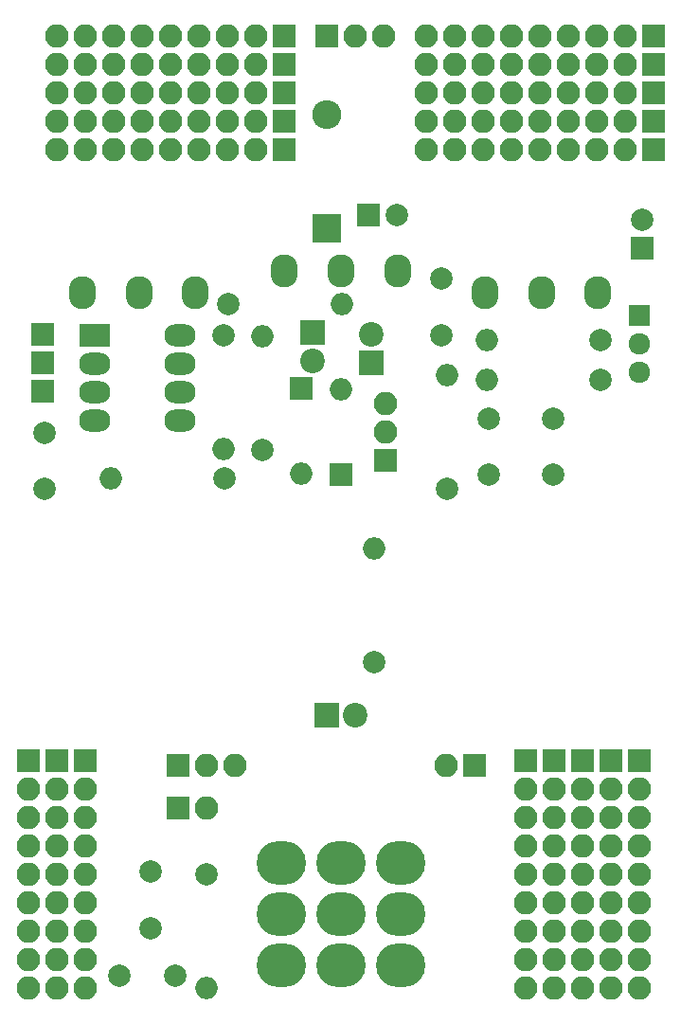
<source format=gts>
G04 #@! TF.FileFunction,Soldermask,Top*
%FSLAX46Y46*%
G04 Gerber Fmt 4.6, Leading zero omitted, Abs format (unit mm)*
G04 Created by KiCad (PCBNEW 4.0.7) date 02/09/18 21:40:19*
%MOMM*%
%LPD*%
G01*
G04 APERTURE LIST*
%ADD10C,0.100000*%
%ADD11O,2.432000X2.940000*%
%ADD12R,2.100000X2.100000*%
%ADD13O,2.100000X2.100000*%
%ADD14O,4.400000X3.900000*%
%ADD15R,2.800000X2.000000*%
%ADD16O,2.800000X2.000000*%
%ADD17C,1.920000*%
%ADD18R,1.920000X1.920000*%
%ADD19C,2.000000*%
%ADD20R,2.600000X2.600000*%
%ADD21O,2.600000X2.600000*%
%ADD22R,2.200000X2.200000*%
%ADD23C,2.200000*%
%ADD24O,2.000000X2.000000*%
%ADD25R,2.000000X2.000000*%
G04 APERTURE END LIST*
D10*
D11*
X156260000Y-74644000D03*
X161260000Y-74644000D03*
X166340000Y-74644000D03*
D12*
X189200000Y-63814000D03*
D13*
X186660000Y-63814000D03*
X184120000Y-63814000D03*
X181580000Y-63814000D03*
X179040000Y-63814000D03*
X176500000Y-63814000D03*
X173960000Y-63814000D03*
X171420000Y-63814000D03*
X168880000Y-63814000D03*
D12*
X189200000Y-61274000D03*
D13*
X186660000Y-61274000D03*
X184120000Y-61274000D03*
X181580000Y-61274000D03*
X179040000Y-61274000D03*
X176500000Y-61274000D03*
X173960000Y-61274000D03*
X171420000Y-61274000D03*
X168880000Y-61274000D03*
D12*
X189200000Y-58734000D03*
D13*
X186660000Y-58734000D03*
X184120000Y-58734000D03*
X181580000Y-58734000D03*
X179040000Y-58734000D03*
X176500000Y-58734000D03*
X173960000Y-58734000D03*
X171420000Y-58734000D03*
X168880000Y-58734000D03*
D12*
X189200000Y-56194000D03*
D13*
X186660000Y-56194000D03*
X184120000Y-56194000D03*
X181580000Y-56194000D03*
X179040000Y-56194000D03*
X176500000Y-56194000D03*
X173960000Y-56194000D03*
X171420000Y-56194000D03*
X168880000Y-56194000D03*
D12*
X189200000Y-53654000D03*
D13*
X186660000Y-53654000D03*
X184120000Y-53654000D03*
X181580000Y-53654000D03*
X179040000Y-53654000D03*
X176500000Y-53654000D03*
X173960000Y-53654000D03*
X171420000Y-53654000D03*
X168880000Y-53654000D03*
D12*
X156180000Y-63814000D03*
D13*
X153640000Y-63814000D03*
X151100000Y-63814000D03*
X148560000Y-63814000D03*
X146020000Y-63814000D03*
X143480000Y-63814000D03*
X140940000Y-63814000D03*
X138400000Y-63814000D03*
X135860000Y-63814000D03*
D12*
X156180000Y-61274000D03*
D13*
X153640000Y-61274000D03*
X151100000Y-61274000D03*
X148560000Y-61274000D03*
X146020000Y-61274000D03*
X143480000Y-61274000D03*
X140940000Y-61274000D03*
X138400000Y-61274000D03*
X135860000Y-61274000D03*
D12*
X156180000Y-58734000D03*
D13*
X153640000Y-58734000D03*
X151100000Y-58734000D03*
X148560000Y-58734000D03*
X146020000Y-58734000D03*
X143480000Y-58734000D03*
X140940000Y-58734000D03*
X138400000Y-58734000D03*
X135860000Y-58734000D03*
D12*
X156180000Y-56194000D03*
D13*
X153640000Y-56194000D03*
X151100000Y-56194000D03*
X148560000Y-56194000D03*
X146020000Y-56194000D03*
X143480000Y-56194000D03*
X140940000Y-56194000D03*
X138400000Y-56194000D03*
X135860000Y-56194000D03*
D12*
X135860000Y-118424000D03*
D13*
X135860000Y-120964000D03*
X135860000Y-123504000D03*
X135860000Y-126044000D03*
X135860000Y-128584000D03*
X135860000Y-131124000D03*
X135860000Y-133664000D03*
X135860000Y-136204000D03*
X135860000Y-138744000D03*
D12*
X185390000Y-118424000D03*
D13*
X185390000Y-120964000D03*
X185390000Y-123504000D03*
X185390000Y-126044000D03*
X185390000Y-128584000D03*
X185390000Y-131124000D03*
X185390000Y-133664000D03*
X185390000Y-136204000D03*
X185390000Y-138744000D03*
D12*
X180310000Y-118424000D03*
D13*
X180310000Y-120964000D03*
X180310000Y-123504000D03*
X180310000Y-126044000D03*
X180310000Y-128584000D03*
X180310000Y-131124000D03*
X180310000Y-133664000D03*
X180310000Y-136204000D03*
X180310000Y-138744000D03*
D14*
X166594000Y-136716000D03*
X166594000Y-132144000D03*
X166594000Y-127572000D03*
X161260000Y-127572000D03*
X155926000Y-127572000D03*
X161260000Y-132144000D03*
X155926000Y-132144000D03*
X161260000Y-136716000D03*
X155926000Y-136716000D03*
D15*
X139260000Y-80394000D03*
D16*
X146880000Y-88014000D03*
X139260000Y-82934000D03*
X146880000Y-85474000D03*
X139260000Y-85474000D03*
X146880000Y-82934000D03*
X139260000Y-88014000D03*
X146880000Y-80394000D03*
D17*
X188010000Y-81184000D03*
X188010000Y-83724000D03*
D18*
X188010000Y-78644000D03*
D12*
X146760000Y-122644000D03*
D13*
X149300000Y-122644000D03*
D19*
X141510000Y-137644000D03*
X146510000Y-137644000D03*
X144260000Y-128394000D03*
X144260000Y-133394000D03*
X134760000Y-94144000D03*
X134760000Y-89144000D03*
X170260000Y-75394000D03*
X170260000Y-80394000D03*
X174510000Y-92894000D03*
X174510000Y-87894000D03*
X180260000Y-87894000D03*
X180260000Y-92894000D03*
D20*
X160010000Y-70894000D03*
D21*
X160010000Y-60734000D03*
D22*
X160010000Y-114394000D03*
D23*
X162550000Y-114394000D03*
D22*
X164010000Y-82894000D03*
D23*
X164010000Y-80354000D03*
D22*
X158760000Y-80144000D03*
D23*
X158760000Y-82684000D03*
D12*
X160010000Y-53644000D03*
D13*
X162550000Y-53644000D03*
X165090000Y-53644000D03*
D12*
X134590000Y-82864000D03*
X134590000Y-85404000D03*
X134590000Y-80324000D03*
D19*
X164260000Y-109644000D03*
D24*
X164260000Y-99484000D03*
D19*
X149260000Y-128644000D03*
D24*
X149260000Y-138804000D03*
D19*
X154260000Y-90644000D03*
D24*
X154260000Y-80484000D03*
D19*
X150760000Y-80394000D03*
D24*
X150760000Y-90554000D03*
D19*
X150860000Y-93244000D03*
D24*
X140700000Y-93244000D03*
D19*
X151260000Y-77644000D03*
D24*
X161420000Y-77644000D03*
D19*
X170760000Y-94144000D03*
D24*
X170760000Y-83984000D03*
D19*
X184510000Y-84394000D03*
D24*
X174350000Y-84394000D03*
D19*
X184510000Y-80894000D03*
D24*
X174350000Y-80894000D03*
D12*
X165260000Y-91644000D03*
D13*
X165260000Y-89104000D03*
X165260000Y-86564000D03*
D25*
X161260000Y-92894000D03*
D24*
X161260000Y-85274000D03*
D25*
X157760000Y-85144000D03*
D24*
X157760000Y-92764000D03*
D25*
X163760000Y-69644000D03*
D19*
X166260000Y-69644000D03*
D25*
X188260000Y-72644000D03*
D19*
X188260000Y-70144000D03*
D12*
X146760000Y-118894000D03*
D13*
X149300000Y-118894000D03*
X151840000Y-118894000D03*
D12*
X173260000Y-118894000D03*
D13*
X170720000Y-118894000D03*
D12*
X177770000Y-118424000D03*
D13*
X177770000Y-120964000D03*
X177770000Y-123504000D03*
X177770000Y-126044000D03*
X177770000Y-128584000D03*
X177770000Y-131124000D03*
X177770000Y-133664000D03*
X177770000Y-136204000D03*
X177770000Y-138744000D03*
D12*
X182850000Y-118424000D03*
D13*
X182850000Y-120964000D03*
X182850000Y-123504000D03*
X182850000Y-126044000D03*
X182850000Y-128584000D03*
X182850000Y-131124000D03*
X182850000Y-133664000D03*
X182850000Y-136204000D03*
X182850000Y-138744000D03*
D12*
X187930000Y-118424000D03*
D13*
X187930000Y-120964000D03*
X187930000Y-123504000D03*
X187930000Y-126044000D03*
X187930000Y-128584000D03*
X187930000Y-131124000D03*
X187930000Y-133664000D03*
X187930000Y-136204000D03*
X187930000Y-138744000D03*
D12*
X133320000Y-118424000D03*
D13*
X133320000Y-120964000D03*
X133320000Y-123504000D03*
X133320000Y-126044000D03*
X133320000Y-128584000D03*
X133320000Y-131124000D03*
X133320000Y-133664000D03*
X133320000Y-136204000D03*
X133320000Y-138744000D03*
D12*
X138400000Y-118424000D03*
D13*
X138400000Y-120964000D03*
X138400000Y-123504000D03*
X138400000Y-126044000D03*
X138400000Y-128584000D03*
X138400000Y-131124000D03*
X138400000Y-133664000D03*
X138400000Y-136204000D03*
X138400000Y-138744000D03*
D12*
X156180000Y-53654000D03*
D13*
X153640000Y-53654000D03*
X151100000Y-53654000D03*
X148560000Y-53654000D03*
X146020000Y-53654000D03*
X143480000Y-53654000D03*
X140940000Y-53654000D03*
X138400000Y-53654000D03*
X135860000Y-53654000D03*
D11*
X184260000Y-76644000D03*
X179260000Y-76644000D03*
X174180000Y-76644000D03*
X148260000Y-76644000D03*
X143260000Y-76644000D03*
X138180000Y-76644000D03*
M02*

</source>
